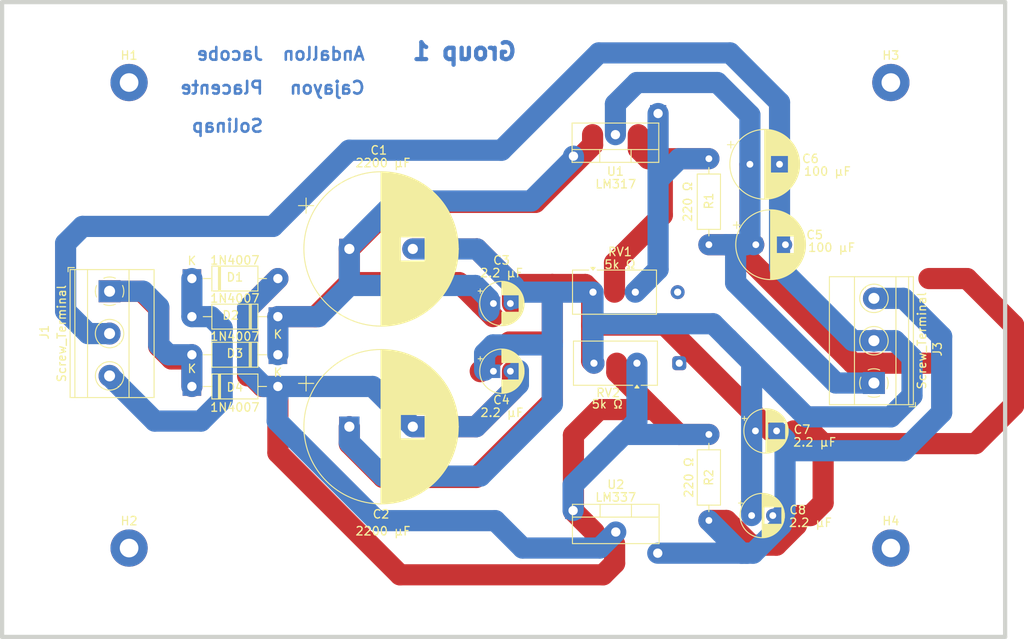
<source format=kicad_pcb>
(kicad_pcb (version 20240108) (generator "pcbnew") (generator_version "8.0")
  (layers (0 "F.Cu" signal) (31 "B.Cu" signal) (34 "B.Paste" user) (35 "F.Paste" user) (36 "B.SilkS" user "B.Silkscreen") (37 "F.SilkS" user "F.Silkscreen") (38 "B.Mask" user) (39 "F.Mask" user) (44 "Edge.Cuts" user))
  (net 0 "")
  (net 1 "Net-(J1-Pin_2)")
  (net 2 "Net-(D2-K)")
  (net 3 "Net-(D1-A)")
  (net 4 "Net-(J3-Pin_1)")
  (net 5 "Net-(J3-Pin_3)")
  (net 6 "Net-(D1-K)")
  (net 7 "Net-(D3-A)")
  (net 8 "Net-(U1-ADJ)")
  (net 9 "Net-(U2-ADJ)")
  (footprint "MountingHole:MountingHole_2.2mm_M2_Pad" (layer "F.Cu") (at 197.5 116.5)
    (property "Reference" "H4" (at 0 -3.2 0) (layer "F.SilkS"))
    (property "Value" "MountingHole")
    (pad "1" thru_hole circle (at 0 0) (size 4.4 4.4) (drill 2.2) (layers "*.Cu" "*.Mask"))
  )
  (footprint "Diode_THT:D_DO-41_SOD81_P10.16mm_Horizontal" (layer "F.Cu") (at 125.08 89.16 180)
    (property "Reference" "D2" (at 5.58 0.16 0) (layer "F.SilkS"))
    (property "Value" "1N4007" (at 5.08 2.16 0) (layer "F.SilkS"))
    (fp_text user "K" (at 0 -2.1 0) (layer "F.SilkS"))
    (pad "1" thru_hole rect (at 0 0 180) (size 2.2 2.2) (drill 1.1) (layers "*.Cu" "*.Mask") (net 2 "Net-(D2-K)"))
    (pad "2" thru_hole oval (at 10.16 0 180) (size 2.2 2.2) (drill 1.1) (layers "*.Cu" "*.Mask") (net 6 "Net-(D1-K)"))
  )
  (footprint "Capacitor_THT:CP_Radial_D18.0mm_P7.50mm" (layer "F.Cu") (at 133.52222 81.16)
    (property "Reference" "C1" (at 3.47778 -11.66 0) (layer "F.SilkS"))
    (property "Value" "2200 µF" (at 3.97778 -10.16 0) (layer "F.SilkS"))
    (pad "1" thru_hole rect (at 0 0) (size 2.4 2.4) (drill 1.2) (layers "*.Cu" "*.Mask") (net 2 "Net-(D2-K)"))
    (pad "2" thru_hole circle (at 7.5 0) (size 2.4 2.4) (drill 1.2) (layers "*.Cu" "*.Mask") (net 1 "Net-(J1-Pin_2)"))
  )
  (footprint "MountingHole:MountingHole_2.2mm_M2_Pad" (layer "F.Cu") (at 197.5 61.5)
    (property "Reference" "H3" (at 0 -3.2 0) (layer "F.SilkS"))
    (property "Value" "MountingHole")
    (pad "1" thru_hole circle (at 0 0) (size 4.4 4.4) (drill 2.2) (layers "*.Cu" "*.Mask"))
  )
  (footprint "Package_TO_SOT_THT:TO-220-3_Vertical" (layer "F.Cu") (at 162.46 114.605)
    (property "Reference" "U2" (at 2.54 -5.605 0) (layer "F.SilkS"))
    (property "Value" "LM337" (at 2.54 -4.105 0) (layer "F.SilkS"))
    (pad "1" thru_hole rect (at -2.5 -2.54) (size 1.905 2) (drill 1.1) (layers "*.Cu" "*.Mask") (net 9 "Net-(U2-ADJ)"))
    (pad "2" thru_hole oval (at 2.54 0) (size 1.905 2) (drill 1.1) (layers "*.Cu" "*.Mask") (net 3 "Net-(D1-A)"))
    (pad "3" thru_hole oval (at 7.5 2.5) (size 1.905 2) (drill 1.1) (layers "*.Cu" "*.Mask") (net 5 "Net-(J3-Pin_3)"))
  )
  (footprint "Capacitor_THT:CP_Radial_D8.0mm_P3.50mm" (layer "F.Cu") (at 181.544888 80.66)
    (property "Reference" "C5" (at 6.955112 -1.16 0) (layer "F.SilkS"))
    (property "Value" "100 µF" (at 8.955112 0.34 0) (layer "F.SilkS"))
    (pad "1" thru_hole rect (at 0 0) (size 1.6 1.6) (drill 0.8) (layers "*.Cu" "*.Mask") (net 4 "Net-(J3-Pin_1)"))
    (pad "2" thru_hole circle (at 3.5 0) (size 1.6 1.6) (drill 0.8) (layers "*.Cu" "*.Mask") (net 1 "Net-(J1-Pin_2)"))
  )
  (footprint "Package_TO_SOT_THT:TO-220-3_Vertical" (layer "F.Cu") (at 167.5 67.66 180)
    (property "Reference" "U1" (at 2.54 -4.34 0) (layer "F.SilkS"))
    (property "Value" "LM317" (at 2.5 -5.84 0) (layer "F.SilkS"))
    (pad "1" thru_hole rect (at -2.5 2.5 180) (size 1.905 2) (drill 1.1) (layers "*.Cu" "*.Mask") (net 8 "Net-(U1-ADJ)"))
    (pad "2" thru_hole oval (at 2.54 0 180) (size 1.905 2) (drill 1.1) (layers "*.Cu" "*.Mask") (net 4 "Net-(J3-Pin_1)"))
    (pad "3" thru_hole oval (at 7.5 -2.54 180) (size 1.905 2) (drill 1.1) (layers "*.Cu" "*.Mask") (net 2 "Net-(D2-K)"))
  )
  (footprint "Diode_THT:D_DO-41_SOD81_P10.16mm_Horizontal" (layer "F.Cu") (at 114.92 97.41)
    (property "Reference" "D4" (at 5.08 0.09 0) (layer "F.SilkS"))
    (property "Value" "1N4007" (at 5.08 2.47 0) (layer "F.SilkS"))
    (fp_text user "K" (at 0 -2.1 0) (layer "F.SilkS"))
    (pad "1" thru_hole rect (at 0 0) (size 2.2 2.2) (drill 1.1) (layers "*.Cu" "*.Mask") (net 7 "Net-(D3-A)"))
    (pad "2" thru_hole oval (at 10.16 0) (size 2.2 2.2) (drill 1.1) (layers "*.Cu" "*.Mask") (net 3 "Net-(D1-A)"))
  )
  (footprint "Capacitor_THT:CP_Radial_D5.0mm_P2.50mm" (layer "F.Cu") (at 181.052461 112.66)
    (property "Reference" "C8" (at 5.447539 -0.66 0) (layer "F.SilkS"))
    (property "Value" "2.2 µF" (at 6.947539 0.84 0) (layer "F.SilkS"))
    (pad "1" thru_hole rect (at 0 0) (size 1.6 1.6) (drill 0.8) (layers "*.Cu" "*.Mask") (net 1 "Net-(J1-Pin_2)"))
    (pad "2" thru_hole circle (at 2.5 0) (size 1.6 1.6) (drill 0.8) (layers "*.Cu" "*.Mask") (net 5 "Net-(J3-Pin_3)"))
  )
  (footprint "Capacitor_THT:CP_Radial_D8.0mm_P3.50mm" (layer "F.Cu") (at 180.847349 71.16)
    (property "Reference" "C6" (at 7.152651 -0.66 0) (layer "F.SilkS"))
    (property "Value" "100 µF" (at 9.152651 0.84 0) (layer "F.SilkS"))
    (pad "1" thru_hole rect (at 0 0) (size 1.6 1.6) (drill 0.8) (layers "*.Cu" "*.Mask") (net 4 "Net-(J3-Pin_1)"))
    (pad "2" thru_hole circle (at 3.5 0) (size 1.6 1.6) (drill 0.8) (layers "*.Cu" "*.Mask") (net 1 "Net-(J1-Pin_2)"))
  )
  (footprint "TerminalBlock_Phoenix:TerminalBlock_Phoenix_MKDS-1,5-3_1x03_P5.00mm_Horizontal" (layer "F.Cu") (at 195.5 97 90)
    (property "Reference" "J3" (at 4 7.5 90) (layer "F.SilkS"))
    (property "Value" "Screw_Terminal" (at 5 5.66 90) (layer "F.SilkS"))
    (pad "1" thru_hole rect (at 0 0 90) (size 2.6 2.6) (drill 1.3) (layers "*.Cu" "*.Mask") (net 4 "Net-(J3-Pin_1)"))
    (pad "2" thru_hole circle (at 5 0 90) (size 2.6 2.6) (drill 1.3) (layers "*.Cu" "*.Mask") (net 1 "Net-(J1-Pin_2)"))
    (pad "3" thru_hole circle (at 10 0 90) (size 2.6 2.6) (drill 1.3) (layers "*.Cu" "*.Mask") (net 5 "Net-(J3-Pin_3)"))
  )
  (footprint "Diode_THT:D_DO-41_SOD81_P10.16mm_Horizontal" (layer "F.Cu") (at 125.08 93.66 180)
    (property "Reference" "D3" (at 5.08 0.16 0) (layer "F.SilkS"))
    (property "Value" "1N4007" (at 5.08 2.16 0) (layer "F.SilkS"))
    (fp_text user "K" (at 0 -2.1 0) (layer "F.SilkS"))
    (pad "1" thru_hole rect (at 0 0 180) (size 2.2 2.2) (drill 1.1) (layers "*.Cu" "*.Mask") (net 2 "Net-(D2-K)"))
    (pad "2" thru_hole oval (at 10.16 0 180) (size 2.2 2.2) (drill 1.1) (layers "*.Cu" "*.Mask") (net 7 "Net-(D3-A)"))
  )
  (footprint "Resistor_THT:R_Axial_DIN0207_L6.3mm_D2.5mm_P10.16mm_Horizontal" (layer "F.Cu") (at 176 103.08 -90)
    (property "Reference" "R2" (at 5.08 0 90) (layer "F.SilkS"))
    (property "Value" "220 Ω" (at 5.08 2.37 90) (layer "F.SilkS"))
    (pad "1" thru_hole circle (at 0 0 270) (size 1.6 1.6) (drill 0.8) (layers "*.Cu" "*.Mask") (net 9 "Net-(U2-ADJ)"))
    (pad "2" thru_hole oval (at 10.16 0 270) (size 1.6 1.6) (drill 0.8) (layers "*.Cu" "*.Mask") (net 5 "Net-(J3-Pin_3)"))
  )
  (footprint "Diode_THT:D_DO-41_SOD81_P10.16mm_Horizontal" (layer "F.Cu") (at 114.92 84.66)
    (property "Reference" "D1" (at 5.08 -0.16 0) (layer "F.SilkS"))
    (property "Value" "1N4007" (at 5.08 -2.16 0) (layer "F.SilkS"))
    (fp_text user "K" (at 0 -2.1 0) (layer "F.SilkS"))
    (pad "1" thru_hole rect (at 0 0) (size 2.2 2.2) (drill 1.1) (layers "*.Cu" "*.Mask") (net 6 "Net-(D1-K)"))
    (pad "2" thru_hole oval (at 10.16 0) (size 2.2 2.2) (drill 1.1) (layers "*.Cu" "*.Mask") (net 3 "Net-(D1-A)"))
  )
  (footprint "Potentiometer_THT:Potentiometer_Vishay_T93XA_Horizontal" (layer "F.Cu") (at 162.31 86.2675)
    (property "Reference" "RV1" (at 3.19 -4.7675 0) (layer "F.SilkS"))
    (property "Value" "5k Ω" (at 3.19 -3.2675 0) (layer "F.SilkS"))
    (pad "1" thru_hole roundrect (at 0 0) (size 1.65 1.65) (drill 0.85) (layers "*.Cu" "*.Mask") (net 1 "Net-(J1-Pin_2)"))
    (pad "2" thru_hole circle (at 5 0) (size 1.65 1.65) (drill 0.85) (layers "*.Cu" "*.Mask") (net 8 "Net-(U1-ADJ)"))
    (pad "3" thru_hole circle (at 10 0) (size 1.65 1.65) (drill 0.85) (layers "*.Cu" "*.Mask"))
  )
  (footprint "TerminalBlock_Phoenix:TerminalBlock_Phoenix_MKDS-1,5-3_1x03_P5.00mm_Horizontal" (layer "F.Cu") (at 105.195 86.16 -90)
    (property "Reference" "J1" (at 4.84 7.695 90) (layer "F.SilkS"))
    (property "Value" "Screw_Terminal" (at 5 5.66 90) (layer "F.SilkS"))
    (pad "1" thru_hole rect (at 0 0 270) (size 2.6 2.6) (drill 1.3) (layers "*.Cu" "*.Mask") (net 7 "Net-(D3-A)"))
    (pad "2" thru_hole circle (at 5 0 270) (size 2.6 2.6) (drill 1.3) (layers "*.Cu" "*.Mask") (net 1 "Net-(J1-Pin_2)"))
    (pad "3" thru_hole circle (at 10 0 270) (size 2.6 2.6) (drill 1.3) (layers "*.Cu" "*.Mask") (net 6 "Net-(D1-K)"))
  )
  (footprint "Capacitor_THT:CP_Radial_D18.0mm_P7.50mm" (layer "F.Cu") (at 133.52222 102.16)
    (property "Reference" "C2" (at 3.75 10.34 0) (layer "F.SilkS"))
    (property "Value" "2200 µF" (at 3.97778 12.34 0) (layer "F.SilkS"))
    (pad "1" thru_hole rect (at 0 0) (size 2.4 2.4) (drill 1.2) (layers "*.Cu" "*.Mask") (net 1 "Net-(J1-Pin_2)"))
    (pad "2" thru_hole circle (at 7.5 0) (size 2.4 2.4) (drill 1.2) (layers "*.Cu" "*.Mask") (net 3 "Net-(D1-A)"))
  )
  (footprint "MountingHole:MountingHole_2.2mm_M2_Pad" (layer "F.Cu") (at 107.5 61.5)
    (property "Reference" "H1" (at 0 -3.2 0) (layer "F.SilkS"))
    (property "Value" "MountingHole")
    (pad "1" thru_hole circle (at 0 0) (size 4.4 4.4) (drill 2.2) (layers "*.Cu" "*.Mask"))
  )
  (footprint "Resistor_THT:R_Axial_DIN0207_L6.3mm_D2.5mm_P10.16mm_Horizontal" (layer "F.Cu") (at 176 80.66 90)
    (property "Reference" "R1" (at 5.16 0 90) (layer "F.SilkS"))
    (property "Value" "220 Ω" (at 5.08 -2.5 90) (layer "F.SilkS"))
    (pad "1" thru_hole circle (at 0 0 90) (size 1.6 1.6) (drill 0.8) (layers "*.Cu" "*.Mask") (net 4 "Net-(J3-Pin_1)"))
    (pad "2" thru_hole oval (at 10.16 0 90) (size 1.6 1.6) (drill 0.8) (layers "*.Cu" "*.Mask") (net 8 "Net-(U1-ADJ)"))
  )
  (footprint "Capacitor_THT:CP_Radial_D5.0mm_P2.50mm" (layer "F.Cu") (at 181.5 102.66)
    (property "Reference" "C7" (at 5.5 -0.16 0) (layer "F.SilkS"))
    (property "Value" "2.2 µF" (at 7 1.34 0) (layer "F.SilkS"))
    (pad "1" thru_hole rect (at 0 0) (size 1.6 1.6) (drill 0.8) (layers "*.Cu" "*.Mask") (net 1 "Net-(J1-Pin_2)"))
    (pad "2" thru_hole circle (at 2.5 0) (size 1.6 1.6) (drill 0.8) (layers "*.Cu" "*.Mask") (net 5 "Net-(J3-Pin_3)"))
  )
  (footprint "Capacitor_THT:CP_Radial_D5.0mm_P2.00mm" (layer "F.Cu") (at 150.544888 87.61)
    (property "Reference" "C3" (at 0.955112 -5.11 0) (layer "F.SilkS"))
    (property "Value" "2.2 µF" (at 0.955112 -3.61 0) (layer "F.SilkS"))
    (pad "1" thru_hole rect (at 0 0) (size 1.6 1.6) (drill 0.8) (layers "*.Cu" "*.Mask") (net 2 "Net-(D2-K)"))
    (pad "2" thru_hole circle (at 2 0) (size 1.6 1.6) (drill 0.8) (layers "*.Cu" "*.Mask") (net 1 "Net-(J1-Pin_2)"))
  )
  (footprint "MountingHole:MountingHole_2.2mm_M2_Pad" (layer "F.Cu") (at 107.5 116.5)
    (property "Reference" "H2" (at 0 -3.2 0) (layer "F.SilkS"))
    (property "Value" "MountingHole" (hide yes))
    (pad "1" thru_hole circle (at 0 0) (size 4.4 4.4) (drill 2.2) (layers "*.Cu" "*.Mask"))
  )
  (footprint "Capacitor_THT:CP_Radial_D5.0mm_P2.00mm" (layer "F.Cu") (at 150.544888 95.61)
    (property "Reference" "C4" (at 0.955112 3.39 0) (layer "F.SilkS"))
    (property "Value" "2.2 µF" (at 1 4.89 0) (layer "F.SilkS"))
    (pad "1" thru_hole rect (at 0 0) (size 1.6 1.6) (drill 0.8) (layers "*.Cu" "*.Mask") (net 1 "Net-(J1-Pin_2)"))
    (pad "2" thru_hole circle (at 2 0) (size 1.6 1.6) (drill 0.8) (layers "*.Cu" "*.Mask") (net 3 "Net-(D1-A)"))
  )
  (footprint "Potentiometer_THT:Potentiometer_Vishay_T93XA_Horizontal" (layer "F.Cu") (at 167.5 94.66 180)
    (property "Reference" "RV2" (at 3.4 -3.5 0) (layer "F.SilkS"))
    (property "Value" "5k Ω" (at 3.5 -4.84 180) (layer "F.SilkS"))
    (pad "1" thru_hole roundrect (at -5 0 180) (size 1.65 1.65) (drill 0.85) (layers "*.Cu" "*.Mask"))
    (pad "2" thru_hole circle (at 0 0 180) (size 1.65 1.65) (drill 0.85) (layers "*.Cu" "*.Mask") (net 9 "Net-(U2-ADJ)"))
    (pad "3" thru_hole circle (at 5.08 0 180) (size 1.65 1.65) (drill 0.85) (layers "*.Cu" "*.Mask") (net 1 "Net-(J1-Pin_2)"))
  )
  (gr_line (start 92.5 52) (end 92.5 127) (stroke (width 0.5)) (layer "Edge.Cuts"))
  (gr_line (start 211 127) (end 211 52) (stroke (width 0.5)) (layer "Edge.Cuts"))
  (gr_line (start 211 52) (end 92.5 52) (stroke (width 0.5)) (layer "Edge.Cuts"))
  (gr_line (start 92.5 127) (end 211 127) (stroke (width 0.5)) (layer "Edge.Cuts"))
  (gr_text "Placente" (at 123.5 63 0) (layer "B.Cu") (effects (font (size 1.5 1.5) (thickness 0.3) (bold yes)) (justify left bottom mirror)))
  (gr_text "Andallon" (at 135.5 59 0) (layer "B.Cu") (effects (font (size 1.5 1.5) (thickness 0.3) (bold yes)) (justify left bottom mirror)))
  (gr_text "Jacobe" (at 123.5 59 0) (layer "B.Cu") (effects (font (size 1.5 1.5) (thickness 0.3) (bold yes)) (justify left bottom mirror)))
  (gr_text "Solinap" (at 123.5 67.5 0) (layer "B.Cu") (effects (font (size 1.5 1.5) (thickness 0.3) (bold yes)) (justify left bottom mirror)))
  (gr_text "Cajayon" (at 135.5 63 0) (layer "B.Cu") (effects (font (size 1.5 1.5) (thickness 0.3) (bold yes)) (justify left bottom mirror)))
  (gr_text "Group 1" (at 153.5 59 0) (layer "B.Cu") (effects (font (size 2 2) (thickness 0.5) (bold yes)) (justify left bottom mirror)))
  (segment (start 162.15 94.39) (end 162.15 90.16) (width 2.5) (layer "F.Cu") (net 1))
  (segment (start 162.15 90.16) (end 162.15 86.1075) (width 2.5) (layer "F.Cu") (net 1))
  (segment (start 157.5 92.16) (end 157.5 85.36) (width 2.5) (layer "F.Cu") (net 1))
  (segment (start 133.52222 102.16) (end 133.52222 104.18222) (width 2.5) (layer "F.Cu") (net 1))
  (segment (start 162.15 90.16) (end 170.794888 90.16) (width 2.5) (layer "F.Cu") (net 1))
  (segment (start 161.4025 85.36) (end 157.5 85.36) (width 2.5) (layer "F.Cu") (net 1))
  (segment (start 149 95.586511) (end 149 95.66) (width 2.5) (layer "F.Cu") (net 1))
  (segment (start 137.5 108.16) (end 148.5 108.16) (width 2.5) (layer "F.Cu") (net 1))
  (segment (start 152.794888 85.36) (end 152.794888 87.61) (width 2.5) (layer "F.Cu") (net 1))
  (segment (start 157.5 92.16) (end 152.426511 92.16) (width 2.5) (layer "F.Cu") (net 1))
  (segment (start 141.02222 81.16) (end 148.594888 81.16) (width 2.5) (layer "F.Cu") (net 1))
  (segment (start 162.42 94.66) (end 162.15 94.39) (width 2.5) (layer "F.Cu") (net 1))
  (segment (start 162.15 86.1075) (end 161.4025 85.36) (width 2.5) (layer "F.Cu") (net 1))
  (segment (start 170.794888 90.16) (end 183.294888 102.66) (width 2.5) (layer "F.Cu") (net 1))
  (segment (start 148.594888 81.16) (end 152.794888 85.36) (width 2.5) (layer "F.Cu") (net 1))
  (segment (start 148.5 108.16) (end 157.5 99.16) (width 2.5) (layer "F.Cu") (net 1))
  (segment (start 152.426511 92.16) (end 149 95.586511) (width 2.5) (layer "F.Cu") (net 1))
  (segment (start 157.5 85.36) (end 152.794888 85.36) (width 2.5) (layer "F.Cu") (net 1))
  (segment (start 157.5 99.16) (end 157.5 92.16) (width 2.5) (layer "F.Cu") (net 1))
  (segment (start 133.52222 104.18222) (end 137.5 108.16) (width 2.5) (layer "F.Cu") (net 1))
  (segment (start 198 92) (end 200 94) (width 2.5) (layer "B.Cu") (net 1))
  (segment (start 133.52222 104.02222) (end 137.5 108) (width 2.5) (layer "B.Cu") (net 1))
  (segment (start 148.594888 81.16) (end 153 85.565112) (width 2.5) (layer "B.Cu") (net 1))
  (segment (start 157.5 92.5) (end 157.5 86.2675) (width 2.5) (layer "B.Cu") (net 1))
  (segment (start 176.5 90) (end 162.31 90) (width 2.5) (layer "B.Cu") (net 1))
  (segment (start 162.31 94.55) (end 162.42 94.66) (width 2.5) (layer "B.Cu") (net 1))
  (segment (start 153 85.565112) (end 153 87) (width 2.5) (layer "B.Cu") (net 1))
  (segment (start 184.347349 63.847349) (end 184.347349 71.16) (width 2.5) (layer "B.Cu") (net 1))
  (segment (start 187.5 101) (end 178.25 91.75) (width 2.5) (layer "B.Cu") (net 1))
  (segment (start 133.52222 102.16) (end 133.52222 104.02222) (width 2.5) (layer "B.Cu") (net 1))
  (segment (start 100 88.5) (end 100 80.5) (width 2.5) (layer "B.Cu") (net 1))
  (segment (start 162.31 86.2675) (end 157.5 86.2675) (width 2.5) (layer "B.Cu") (net 1))
  (segment (start 195.5 92) (end 198 92) (width 2.5) (layer "B.Cu") (net 1))
  (segment (start 105.195 91.16) (end 102.66 91.16) (width 2.5) (layer "B.Cu") (net 1))
  (segment (start 162.31 90) (end 162.31 94.55) (width 2.5) (layer "B.Cu") (net 1))
  (segment (start 162.31 86.2675) (end 162.31 90) (width 2.5) (layer "B.Cu") (net 1))
  (segment (start 150.5 92.5) (end 149.5 93.5) (width 2.5) (layer "B.Cu") (net 1))
  (segment (start 181.052461 112.66) (end 181.052461 94.552461) (width 2.5) (layer "B.Cu") (net 1))
  (segment (start 153.7325 86.2675) (end 153 87) (width 2.5) (layer "B.Cu") (net 1))
  (segment (start 137.5 108) (end 149 108) (width 2.5) (layer "B.Cu") (net 1))
  (segment (start 151.5 69.5) (end 163 58) (width 2.5) (layer "B.Cu") (net 1))
  (segment (start 149.5 93.5) (end 149.5 95.5) (width 2.5) (layer "B.Cu") (net 1))
  (segment (start 163 58) (end 178.5 58) (width 2.5) (layer "B.Cu") (net 1))
  (segment (start 102.66 91.16) (end 100 88.5) (width 2.5) (layer "B.Cu") (net 1))
  (segment (start 178.5 58) (end 184.347349 63.847349) (width 2.5) (layer "B.Cu") (net 1))
  (segment (start 124.5 78.5) (end 133.5 69.5) (width 2.5) (layer "B.Cu") (net 1))
  (segment (start 102 78.5) (end 124.5 78.5) (width 2.5) (layer "B.Cu") (net 1))
  (segment (start 195.5 92) (end 193 92) (width 2.5) (layer "B.Cu") (net 1))
  (segment (start 149 108) (end 157.5 99.5) (width 2.5) (layer "B.Cu") (net 1))
  (segment (start 157.5 92.5) (end 150.5 92.5) (width 2.5) (layer "B.Cu") (net 1))
  (segment (start 184.347349 83.347349) (end 184.347349 71.16) (width 2.5) (layer "B.Cu") (net 1))
  (segment (start 141.02222 81.16) (end 148.594888 81.16) (width 2.5) (layer "B.Cu") (net 1))
  (segment (start 200 94) (end 200 98.5) (width 2.5) (layer "B.Cu") (net 1))
  (segment (start 181.052461 94.552461) (end 178.25 91.75) (width 2.5) (layer "B.Cu") (net 1))
  (segment (start 178.25 91.75) (end 176.5 90) (width 2.5) (layer "B.Cu") (net 1))
  (segment (start 193 92) (end 184.347349 83.347349) (width 2.5) (layer "B.Cu") (net 1))
  (segment (start 133.5 69.5) (end 151.5 69.5) (width 2.5) (layer "B.Cu") (net 1))
  (segment (start 157.5 86.2675) (end 153.7325 86.2675) (width 2.5) (layer "B.Cu") (net 1))
  (segment (start 100 80.5) (end 102 78.5) (width 2.5) (layer "B.Cu") (net 1))
  (segment (start 200 98.5) (end 197.5 101) (width 2.5) (layer "B.Cu") (net 1))
  (segment (start 197.5 101) (end 187.5 101) (width 2.5) (layer "B.Cu") (net 1))
  (segment (start 157.5 99.5) (end 157.5 92.5) (width 2.5) (layer "B.Cu") (net 1))
  (segment (start 149 87.66) (end 150.5 89.16) (width 2.5) (layer "F.Cu") (net 2))
  (segment (start 162.26 68.9) (end 162.26 67.66) (width 2.5) (layer "F.Cu") (net 2))
  (segment (start 139.02222 75.66) (end 133.52222 81.16) (width 2.5) (layer "F.Cu") (net 2))
  (segment (start 133.52222 81.16) (end 133.52222 85.13778) (width 2.5) (layer "F.Cu") (net 2))
  (segment (start 147.25 85.91) (end 149 87.66) (width 2.5) (layer "F.Cu") (net 2))
  (segment (start 146.47778 85.13778) (end 147.25 85.91) (width 2.5) (layer "F.Cu") (net 2))
  (segment (start 155.5 75.66) (end 139.02222 75.66) (width 2.5) (layer "F.Cu") (net 2))
  (segment (start 129.5 89.16) (end 125.08 89.16) (width 2.5) (layer "F.Cu") (net 2))
  (segment (start 133.52222 85.13778) (end 146.47778 85.13778) (width 2.5) (layer "F.Cu") (net 2))
  (segment (start 155.5 75.66) (end 162.26 68.9) (width 2.5) (layer "F.Cu") (net 2))
  (segment (start 133.52222 85.13778) (end 129.5 89.16) (width 2.5) (layer "F.Cu") (net 2))
  (segment (start 133.52222 80.97778) (end 139 75.5) (width 2.5) (layer "B.Cu") (net 2))
  (segment (start 148.412668 85.47778) (end 150 87.065112) (width 2.5) (layer "B.Cu") (net 2))
  (segment (start 155 75.5) (end 160 70.5) (width 2.5) (layer "B.Cu") (net 2))
  (segment (start 129.84 89.16) (end 133.52222 85.47778) (width 2.5) (layer "B.Cu") (net 2))
  (segment (start 160 70.5) (end 160 70.2) (width 2.5) (layer "B.Cu") (net 2))
  (segment (start 150 87.065112) (end 150 88.5) (width 2.5) (layer "B.Cu") (net 2))
  (segment (start 125.08 89.16) (end 129.84 89.16) (width 2.5) (layer "B.Cu") (net 2))
  (segment (start 133.52222 85.47778) (end 148.412668 85.47778) (width 2.5) (layer "B.Cu") (net 2))
  (segment (start 125.08 93.66) (end 125.08 89.16) (width 2.5) (layer "B.Cu") (net 2))
  (segment (start 133.52222 85.47778) (end 133.52222 81.16) (width 2.5) (layer "B.Cu") (net 2))
  (segment (start 139 75.5) (end 155 75.5) (width 2.5) (layer "B.Cu") (net 2))
  (segment (start 133.52222 81.16) (end 133.52222 80.97778) (width 2.5) (layer "B.Cu") (net 2))
  (segment (start 121.5 90.66) (end 121.5 96.16) (width 2.5) (layer "F.Cu") (net 3))
  (segment (start 164.8625 118.2975) (end 164.8625 116.020876) (width 2.5) (layer "F.Cu") (net 3))
  (segment (start 139.5 119.66) (end 163.5 119.66) (width 2.5) (layer "F.Cu") (net 3))
  (segment (start 163.5 119.66) (end 164.8625 118.2975) (width 2.5) (layer "F.Cu") (net 3))
  (segment (start 123.25 97.41) (end 125.08 97.41) (width 2.5) (layer "F.Cu") (net 3))
  (segment (start 125.08 97.41) (end 125.08 105.24) (width 2.5) (layer "F.Cu") (net 3))
  (segment (start 125.08 84.66) (end 121.5 88.24) (width 2.5) (layer "F.Cu") (net 3))
  (segment (start 141.02222 102.16) (end 148.494888 102.16) (width 2.5) (layer "F.Cu") (net 3))
  (segment (start 121.5 88.24) (end 121.5 90.16) (width 2.5) (layer "F.Cu") (net 3))
  (segment (start 125.08 105.24) (end 139.5 119.66) (width 2.5) (layer "F.Cu") (net 3))
  (segment (start 148.494888 102.16) (end 152.794888 97.86) (width 2.5) (layer "F.Cu") (net 3))
  (segment (start 152.794888 97.86) (end 152.794888 95.61) (width 2.5) (layer "F.Cu") (net 3))
  (segment (start 122 96.16) (end 123.25 97.41) (width 2.5) (layer "F.Cu") (net 3))
  (segment (start 121.5 88.24) (end 121.5 95.5) (width 2.5) (layer "B.Cu") (net 3))
  (segment (start 153.5 97.154888) (end 153.5 95.5) (width 2.5) (layer "B.Cu") (net 3))
  (segment (start 148.494888 102.16) (end 153.5 97.154888) (width 2.5) (layer "B.Cu") (net 3))
  (segment (start 125.08 84.66) (end 121.5 88.24) (width 2.5) (layer "B.Cu") (net 3))
  (segment (start 136.27222 97.41) (end 141.02222 102.16) (width 2.5) (layer "B.Cu") (net 3))
  (segment (start 125.08 98.58) (end 125 98.66) (width 2.5) (layer "B.Cu") (net 3))
  (segment (start 125.08 97.41) (end 136.27222 97.41) (width 2.5) (layer "B.Cu") (net 3))
  (segment (start 136.763377 113.263377) (end 150.763377 113.263377) (width 2.5) (layer "B.Cu") (net 3))
  (segment (start 125.08 97.41) (end 125.08 98.58) (width 2.5) (layer "B.Cu") (net 3))
  (segment (start 150.763377 113.263377) (end 154 116.5) (width 2.5) (layer "B.Cu") (net 3))
  (segment (start 125 101.5) (end 136.763377 113.263377) (width 2.5) (layer "B.Cu") (net 3))
  (segment (start 141.02222 102.16) (end 148.494888 102.16) (width 2.5) (layer "B.Cu") (net 3))
  (segment (start 163.105 116.5) (end 165 114.605) (width 2.5) (layer "B.Cu") (net 3))
  (segment (start 121.5 95.5) (end 123.41 97.41) (width 2.5) (layer "B.Cu") (net 3))
  (segment (start 125 98.66) (end 125 101.5) (width 2.5) (layer "B.Cu") (net 3))
  (segment (start 154 116.5) (end 163.105 116.5) (width 2.5) (layer "B.Cu") (net 3))
  (segment (start 123.41 97.41) (end 125.08 97.41) (width 2.5) (layer "B.Cu") (net 3))
  (segment (start 180.847349 80.212461) (end 181.294888 80.66) (width 2.5) (layer "F.Cu") (net 4))
  (segment (start 193 94.66) (end 179 80.66) (width 2.5) (layer "F.Cu") (net 4))
  (segment (start 202 94.66) (end 193 94.66) (width 2.5) (layer "F.Cu") (net 4))
  (segment (start 176 80.66) (end 179 80.66) (width 2.5) (layer "F.Cu") (net 4))
  (segment (start 180.847349 71.16) (end 180.847349 80.212461) (width 2.5) (layer "F.Cu") (net 4))
  (segment (start 179 80.66) (end 181.294888 80.66) (width 2.5) (layer "F.Cu") (net 4))
  (segment (start 179.16 85.16) (end 179.16 80.66) (width 2.5) (layer "B.Cu") (net 4))
  (segment (start 167.5 61.5) (end 164.96 64.04) (width 2.5) (layer "B.Cu") (net 4))
  (segment (start 191 97) (end 179.16 85.16) (width 2.5) (layer "B.Cu") (net 4))
  (segment (start 164.96 64.04) (end 164.96 67.66) (width 2.5) (layer "B.Cu") (net 4))
  (segment (start 180.847349 65.347349) (end 177 61.5) (width 2.5) (layer "B.Cu") (net 4))
  (segment (start 179.16 80.66) (end 178 80.66) (width 2.5) (layer "B.Cu") (net 4))
  (segment (start 178 80.66) (end 180.39981 80.66) (width 2.5) (layer "B.Cu") (net 4))
  (segment (start 180.847349 71.16) (end 180.847349 80.212461) (width 2.5) (layer "B.Cu") (net 4))
  (segment (start 180.847349 80.212461) (end 181.294888 80.66) (width 2.5) (layer "B.Cu") (net 4))
  (segment (start 195.5 97) (end 191 97) (width 2.5) (layer "B.Cu") (net 4))
  (segment (start 176 80.66) (end 178 80.66) (width 2.5) (layer "B.Cu") (net 4))
  (segment (start 177 61.5) (end 167.5 61.5) (width 2.5) (layer "B.Cu") (net 4))
  (segment (start 180.847349 71.16) (end 180.847349 65.347349) (width 2.5) (layer "B.Cu") (net 4))
  (segment (start 180.39981 80.66) (end 180.847349 80.212461) (width 2.5) (layer "B.Cu") (net 4))
  (segment (start 181 116.16) (end 183.978719 116.16) (width 2.5) (layer "F.Cu") (net 5))
  (segment (start 183.978719 116.16) (end 186.347349 113.79137) (width 2.5) (layer "F.Cu") (net 5))
  (segment (start 202 84.66) (end 206.5 84.66) (width 2.5) (layer "F.Cu") (net 5))
  (segment (start 206.5 84.66) (end 212 90.16) (width 2.5) (layer "F.Cu") (net 5))
  (segment (start 207.5 104.16) (end 189.5 104.16) (width 2.5) (layer "F.Cu") (net 5))
  (segment (start 212 90.16) (end 212 99.66) (width 2.5) (layer "F.Cu") (net 5))
  (segment (start 186.347349 113.79137) (end 186.347349 112.66) (width 2.5) (layer "F.Cu") (net 5))
  (segment (start 189.5 111.16) (end 189.5 104.16) (width 2.5) (layer "F.Cu") (net 5))
  (segment (start 212 99.66) (end 207.5 104.16) (width 2.5) (layer "F.Cu") (net 5))
  (segment (start 188 102.66) (end 185.994888 102.66) (width 2.5) (layer "F.Cu") (net 5))
  (segment (start 178.08 113.24) (end 181 116.16) (width 2.5) (layer "F.Cu") (net 5))
  (segment (start 188 112.66) (end 189.5 111.16) (width 2.5) (layer "F.Cu") (net 5))
  (segment (start 176 113.24) (end 178.08 113.24) (width 2.5) (layer "F.Cu") (net 5))
  (segment (start 189.5 104.16) (end 188 102.66) (width 2.5) (layer "F.Cu") (net 5))
  (segment (start 186.347349 112.66) (end 188 112.66) (width 2.5) (layer "F.Cu") (net 5))
  (segment (start 185 103.66) (end 185 105) (width 2.5) (layer "B.Cu") (net 5))
  (segment (start 185 105) (end 185 112.212461) (width 2.5) (layer "B.Cu") (net 5))
  (segment (start 184.552461 113.79137) (end 181.238831 117.105) (width 2.5) (layer "B.Cu") (net 5))
  (segment (start 180.5 117.105) (end 169.96 117.105) (width 2.5) (layer "B.Cu") (net 5))
  (segment (start 195.5 87) (end 199 87) (width 2.5) (layer "B.Cu") (net 5))
  (segment (start 176 113.24) (end 179.865 117.105) (width 2.5) (layer "B.Cu") (net 5))
  (segment (start 184.552461 112.66) (end 184.552461 113.79137) (width 2.5) (layer "B.Cu") (net 5))
  (segment (start 199 87) (end 203.5 91.5) (width 2.5) (layer "B.Cu") (net 5))
  (segment (start 184 102.66) (end 185 103.66) (width 2.5) (layer "B.Cu") (net 5))
  (segment (start 181.238831 117.105) (end 180.5 117.105) (width 2.5) (layer "B.Cu") (net 5))
  (segment (start 199 105) (end 185 105) (width 2.5) (layer "B.Cu") (net 5))
  (segment (start 185 112.212461) (end 184.552461 112.66) (width 2.5) (layer "B.Cu") (net 5))
  (segment (start 203.5 100.5) (end 199 105) (width 2.5) (layer "B.Cu") (net 5))
  (segment (start 179.865 117.105) (end 180.5 117.105) (width 2.5) (layer "B.Cu") (net 5))
  (segment (start 203.5 91.5) (end 203.5 100.5) (width 2.5) (layer "B.Cu") (net 5))
  (segment (start 114.92 89.16) (end 117.16 89.16) (width 2.5) (layer "B.Cu") (net 6))
  (segment (start 110.535 101.5) (end 105.195 96.16) (width 2.5) (layer "B.Cu") (net 6))
  (segment (start 117.16 89.16) (end 118.5 90.5) (width 2.5) (layer "B.Cu") (net 6))
  (segment (start 118.5 99) (end 116 101.5) (width 2.5) (layer "B.Cu") (net 6))
  (segment (start 118.5 90.5) (end 118.5 99) (width 2.5) (layer "B.Cu") (net 6))
  (segment (start 116 101.5) (end 110.535 101.5) (width 2.5) (layer "B.Cu") (net 6))
  (segment (start 114.92 84.66) (end 114.92 89.16) (width 2.5) (layer "B.Cu") (net 6))
  (segment (start 111 92.66) (end 112.5 94.16) (width 2.5) (layer "F.Cu") (net 7))
  (segment (start 105.195 86.16) (end 109 86.16) (width 2.5) (layer "F.Cu") (net 7))
  (segment (start 114.92 94.16) (end 114.92 97.41) (width 2.5) (layer "F.Cu") (net 7))
  (segment (start 114.92 93.66) (end 114.92 94.16) (width 2.5) (layer "F.Cu") (net 7))
  (segment (start 111 88.16) (end 111 92.66) (width 2.5) (layer "F.Cu") (net 7))
  (segment (start 112.5 94.16) (end 114.92 94.16) (width 2.5) (layer "F.Cu") (net 7))
  (segment (start 109 86.16) (end 111 88.16) (width 2.5) (layer "F.Cu") (net 7))
  (segment (start 111 88) (end 111 92.5) (width 2.5) (layer "B.Cu") (net 7))
  (segment (start 114.92 97.41) (end 114.92 93.66) (width 2.5) (layer "B.Cu") (net 7))
  (segment (start 109.16 86.16) (end 111 88) (width 2.5) (layer "B.Cu") (net 7))
  (segment (start 111 92.5) (end 112.16 93.66) (width 2.5) (layer "B.Cu") (net 7))
  (segment (start 105.195 86.16) (end 109.16 86.16) (width 2.5) (layer "B.Cu") (net 7))
  (segment (start 112.16 93.66) (end 114.92 93.66) (width 2.5) (layer "B.Cu") (net 7))
  (segment (start 167.66 69.32) (end 167.66 67.66) (width 2.5) (layer "F.Cu") (net 8))
  (segment (start 164.85 86.2675) (end 164.85 82.81) (width 2.5) (layer "F.Cu") (net 8))
  (segment (start 176 70.5) (end 170.5 70.5) (width 2.5) (layer "F.Cu") (net 8))
  (segment (start 170.5 70.5) (end 168.84 70.5) (width 2.5) (layer "F.Cu") (net 8))
  (segment (start 164.85 82.81) (end 170.5 77.16) (width 2.5) (layer "F.Cu") (net 8))
  (segment (start 168.84 70.5) (end 167.66 69.32) (width 2.5) (layer "F.Cu") (net 8))
  (segment (start 170.5 77.16) (end 170.5 70.5) (width 2.5) (layer "F.Cu") (net 8))
  (segment (start 170 83.5775) (end 167.31 86.2675) (width 2.5) (layer "B.Cu") (net 8))
  (segment (start 170.25 72.75) (end 170 72.5) (width 2.5) (layer "B.Cu") (net 8))
  (segment (start 170 72.5) (end 170 83.5775) (width 2.5) (layer "B.Cu") (net 8))
  (segment (start 172.5 70.5) (end 176 70.5) (width 2.5) (layer "B.Cu") (net 8))
  (segment (start 170.25 72.75) (end 172.5 70.5) (width 2.5) (layer "B.Cu") (net 8))
  (segment (start 170 72.5) (end 170 65.16) (width 2.5) (layer "B.Cu") (net 8))
  (segment (start 162.46 114.605) (end 160 112.145) (width 2.5) (layer "F.Cu") (net 9))
  (segment (start 172.461026 103.08) (end 169.520513 100.139487) (width 2.5) (layer "F.Cu") (net 9))
  (segment (start 163.020513 100.139487) (end 169.520513 100.139487) (width 2.5) (layer "F.Cu") (net 9))
  (segment (start 160 103.16) (end 163.020513 100.139487) (width 2.5) (layer "F.Cu") (net 9))
  (segment (start 176 103.08) (end 172.461026 103.08) (width 2.5) (layer "F.Cu") (net 9))
  (segment (start 169.520513 100.139487) (end 165.12 95.738974) (width 2.5) (layer "F.Cu") (net 9))
  (segment (start 165.12 95.738974) (end 165.12 94.66) (width 2.5) (layer "F.Cu") (net 9))
  (segment (start 160 112.145) (end 160 103.16) (width 2.5) (layer "F.Cu") (net 9))
  (segment (start 167.5 101.5) (end 167.5 94.66) (width 2.5) (layer "B.Cu") (net 9))
  (segment (start 159.96 109.04) (end 165 104) (width 2.5) (layer "B.Cu") (net 9))
  (segment (start 176 103.08) (end 172.461026 103.08) (width 2.5) (layer "B.Cu") (net 9))
  (segment (start 165 104) (end 167.5 101.5) (width 2.5) (layer "B.Cu") (net 9))
  (segment (start 159.96 109.04) (end 159.96 112.065) (width 2.5) (layer "B.Cu") (net 9))
  (segment (start 165 104) (end 165.92 103.08) (width 2.5) (layer "B.Cu") (net 9))
  (segment (start 165.92 103.08) (end 172.461026 103.08) (width 2.5) (layer "B.Cu") (net 9))
)
</source>
